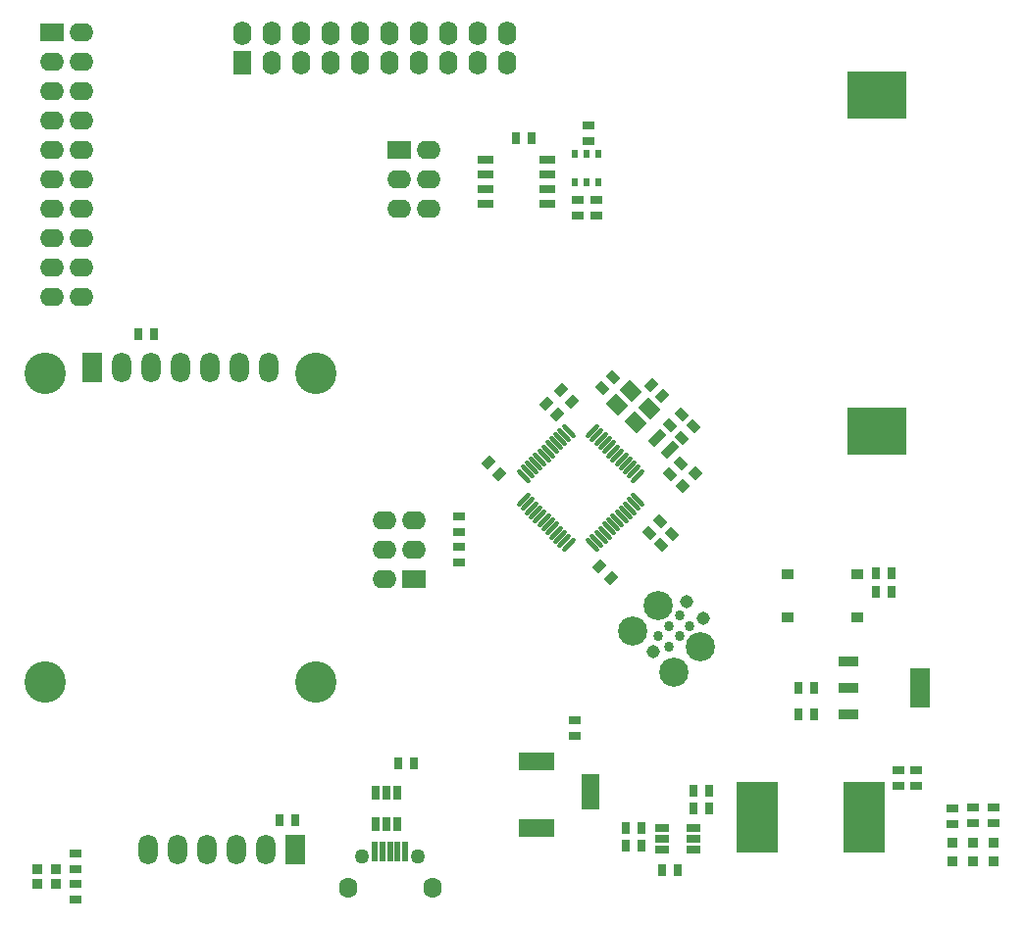
<source format=gts>
G04*
G04 #@! TF.GenerationSoftware,Altium Limited,Altium Designer,19.0.15 (446)*
G04*
G04 Layer_Color=8388736*
%FSLAX25Y25*%
%MOIN*%
G70*
G01*
G75*
%ADD39R,0.01874X0.06598*%
%ADD40R,0.04039X0.03055*%
%ADD41R,0.06598X0.13685*%
%ADD42R,0.06598X0.03646*%
%ADD43R,0.05811X0.02661*%
%ADD44R,0.01874X0.02661*%
G04:AMPARAMS|DCode=45|XSize=30.55mil|YSize=40.39mil|CornerRadius=0mil|HoleSize=0mil|Usage=FLASHONLY|Rotation=315.000|XOffset=0mil|YOffset=0mil|HoleType=Round|Shape=Rectangle|*
%AMROTATEDRECTD45*
4,1,4,-0.02508,-0.00348,0.00348,0.02508,0.02508,0.00348,-0.00348,-0.02508,-0.02508,-0.00348,0.0*
%
%ADD45ROTATEDRECTD45*%

G04:AMPARAMS|DCode=46|XSize=30.55mil|YSize=40.39mil|CornerRadius=0mil|HoleSize=0mil|Usage=FLASHONLY|Rotation=225.000|XOffset=0mil|YOffset=0mil|HoleType=Round|Shape=Rectangle|*
%AMROTATEDRECTD46*
4,1,4,-0.00348,0.02508,0.02508,-0.00348,0.00348,-0.02508,-0.02508,0.00348,-0.00348,0.02508,0.0*
%
%ADD46ROTATEDRECTD46*%

G04:AMPARAMS|DCode=47|XSize=30.55mil|YSize=58.11mil|CornerRadius=0mil|HoleSize=0mil|Usage=FLASHONLY|Rotation=315.000|XOffset=0mil|YOffset=0mil|HoleType=Round|Shape=Rectangle|*
%AMROTATEDRECTD47*
4,1,4,-0.03135,-0.00974,0.00974,0.03135,0.03135,0.00974,-0.00974,-0.03135,-0.03135,-0.00974,0.0*
%
%ADD47ROTATEDRECTD47*%

G04:AMPARAMS|DCode=48|XSize=58.11mil|YSize=50.24mil|CornerRadius=0mil|HoleSize=0mil|Usage=FLASHONLY|Rotation=315.000|XOffset=0mil|YOffset=0mil|HoleType=Round|Shape=Rectangle|*
%AMROTATEDRECTD48*
4,1,4,-0.03831,0.00278,-0.00278,0.03831,0.03831,-0.00278,0.00278,-0.03831,-0.03831,0.00278,0.0*
%
%ADD48ROTATEDRECTD48*%

%ADD49P,0.04877X4X90.0*%
%ADD50C,0.03398*%
G04:AMPARAMS|DCode=51|XSize=14.8mil|YSize=60.08mil|CornerRadius=0mil|HoleSize=0mil|Usage=FLASHONLY|Rotation=315.000|XOffset=0mil|YOffset=0mil|HoleType=Round|Shape=Round|*
%AMOVALD51*
21,1,0.04528,0.01480,0.00000,0.00000,45.0*
1,1,0.01480,-0.01601,-0.01601*
1,1,0.01480,0.01601,0.01601*
%
%ADD51OVALD51*%

G04:AMPARAMS|DCode=52|XSize=14.8mil|YSize=60.08mil|CornerRadius=0mil|HoleSize=0mil|Usage=FLASHONLY|Rotation=225.000|XOffset=0mil|YOffset=0mil|HoleType=Round|Shape=Round|*
%AMOVALD52*
21,1,0.04528,0.01480,0.00000,0.00000,315.0*
1,1,0.01480,-0.01601,0.01601*
1,1,0.01480,0.01601,-0.01601*
%
%ADD52OVALD52*%

%ADD53R,0.03055X0.04039*%
%ADD54R,0.03449X0.03449*%
%ADD55R,0.04630X0.02661*%
%ADD56R,0.03449X0.03449*%
%ADD57R,0.02661X0.04630*%
%ADD58R,0.19984X0.16047*%
%ADD59R,0.04236X0.03252*%
%ADD60R,0.14079X0.23921*%
%ADD61O,0.06205X0.06992*%
%ADD62C,0.05024*%
%ADD63O,0.06598X0.10142*%
%ADD64R,0.06598X0.10142*%
%ADD65C,0.14079*%
%ADD66C,0.04500*%
%ADD67C,0.09949*%
%ADD68R,0.12110X0.06205*%
%ADD69R,0.06205X0.12110*%
%ADD70O,0.06205X0.08173*%
%ADD71R,0.06205X0.08173*%
%ADD72O,0.08173X0.06205*%
%ADD73R,0.08173X0.06205*%
D39*
X141142Y21874D02*
D03*
X130905D02*
D03*
X133465D02*
D03*
X136024D02*
D03*
X138583D02*
D03*
D40*
X198787Y61354D02*
D03*
Y66669D02*
D03*
X159300Y130688D02*
D03*
Y136003D02*
D03*
Y120485D02*
D03*
Y125800D02*
D03*
X203400Y268915D02*
D03*
Y263600D02*
D03*
X199665Y243684D02*
D03*
Y238369D02*
D03*
X206037D02*
D03*
Y243684D02*
D03*
X341287Y31791D02*
D03*
Y37106D02*
D03*
X327287Y31476D02*
D03*
Y36791D02*
D03*
X334287Y31791D02*
D03*
Y37106D02*
D03*
X308787Y49669D02*
D03*
Y44354D02*
D03*
X29000Y16000D02*
D03*
Y21315D02*
D03*
Y11000D02*
D03*
Y5685D02*
D03*
X314787Y49669D02*
D03*
Y44354D02*
D03*
D41*
X316000Y77669D02*
D03*
D42*
X291787Y86724D02*
D03*
Y77669D02*
D03*
Y68614D02*
D03*
D43*
X189332Y242200D02*
D03*
Y247200D02*
D03*
Y252200D02*
D03*
Y257200D02*
D03*
X168466Y242200D02*
D03*
Y247200D02*
D03*
Y252200D02*
D03*
Y257200D02*
D03*
D44*
X206637Y259442D02*
D03*
X202700D02*
D03*
X198763D02*
D03*
X206637Y249600D02*
D03*
X202700D02*
D03*
X198763D02*
D03*
D45*
X224787Y180669D02*
D03*
X228546Y176911D02*
D03*
X192787Y170669D02*
D03*
X189029Y174427D02*
D03*
X194029Y178831D02*
D03*
X197787Y175072D02*
D03*
X173258Y150462D02*
D03*
X169500Y154220D02*
D03*
X210958Y115142D02*
D03*
X207200Y118900D02*
D03*
D46*
X231287Y166969D02*
D03*
X235046Y170728D02*
D03*
X239021Y166552D02*
D03*
X235263Y162794D02*
D03*
X211751Y183428D02*
D03*
X207993Y179669D02*
D03*
X231087Y150369D02*
D03*
X234846Y154128D02*
D03*
X224029Y130475D02*
D03*
X227787Y134234D02*
D03*
X228029Y126300D02*
D03*
X231787Y130058D02*
D03*
D47*
X226787Y162669D02*
D03*
X230963Y158493D02*
D03*
D48*
X213172Y174061D02*
D03*
X219297Y167937D02*
D03*
X224029Y172669D02*
D03*
X217905Y178794D02*
D03*
D49*
X235433Y146315D02*
D03*
X239887Y150769D02*
D03*
D50*
X227252Y95205D02*
D03*
X230787Y91669D02*
D03*
Y98740D02*
D03*
X237859D02*
D03*
X234323Y102276D02*
D03*
Y95205D02*
D03*
D51*
X214637Y155343D02*
D03*
X216029Y153951D02*
D03*
X220205Y149776D02*
D03*
X217421Y152559D02*
D03*
X218813Y151168D02*
D03*
X207678Y162303D02*
D03*
X209069Y160911D02*
D03*
X204894Y165087D02*
D03*
X206286Y163695D02*
D03*
X211853Y158127D02*
D03*
X213245Y156735D02*
D03*
X210461Y159519D02*
D03*
X191113Y131819D02*
D03*
X195289Y127644D02*
D03*
X196681Y126252D02*
D03*
X192505Y130428D02*
D03*
X193897Y129036D02*
D03*
X184154Y138779D02*
D03*
X185546Y137387D02*
D03*
X181370Y141563D02*
D03*
X182762Y140171D02*
D03*
X188330Y134603D02*
D03*
X189722Y133211D02*
D03*
X186938Y135995D02*
D03*
D52*
X220205Y141563D02*
D03*
X218813Y140171D02*
D03*
X217421Y138779D02*
D03*
X216029Y137387D02*
D03*
X214637Y135995D02*
D03*
X213245Y134603D02*
D03*
X211853Y133211D02*
D03*
X210461Y131819D02*
D03*
X209069Y130428D02*
D03*
X207678Y129036D02*
D03*
X206286Y127644D02*
D03*
X204894Y126252D02*
D03*
X196681Y165087D02*
D03*
X195289Y163695D02*
D03*
X193897Y162303D02*
D03*
X192505Y160911D02*
D03*
X191113Y159519D02*
D03*
X189722Y158127D02*
D03*
X188330Y156735D02*
D03*
X186938Y155343D02*
D03*
X185546Y153951D02*
D03*
X184154Y152559D02*
D03*
X182762Y151168D02*
D03*
X181370Y149776D02*
D03*
D53*
X306300Y116500D02*
D03*
X300985D02*
D03*
X306402Y110408D02*
D03*
X301087D02*
D03*
X274787Y77724D02*
D03*
X280102D02*
D03*
X274787Y68614D02*
D03*
X280102D02*
D03*
X239213Y42669D02*
D03*
X244528D02*
D03*
Y36669D02*
D03*
X239213D02*
D03*
X228583Y15669D02*
D03*
X233898D02*
D03*
X216150Y30150D02*
D03*
X221465D02*
D03*
X144000Y52000D02*
D03*
X138685D02*
D03*
X184200Y264600D02*
D03*
X178885D02*
D03*
X216150Y24150D02*
D03*
X221465D02*
D03*
X98400Y32600D02*
D03*
X103715D02*
D03*
X50500Y198100D02*
D03*
X55815D02*
D03*
D54*
X334287Y25091D02*
D03*
Y18791D02*
D03*
X341287D02*
D03*
Y25091D02*
D03*
X327287Y18791D02*
D03*
Y25091D02*
D03*
D55*
X228583Y22669D02*
D03*
Y26409D02*
D03*
Y30150D02*
D03*
X239213D02*
D03*
Y26409D02*
D03*
Y22669D02*
D03*
D56*
X16150Y16000D02*
D03*
X22449D02*
D03*
Y11000D02*
D03*
X16150D02*
D03*
D57*
X131047Y41984D02*
D03*
X134787D02*
D03*
X138528D02*
D03*
Y31354D02*
D03*
X134787D02*
D03*
X131047D02*
D03*
D58*
X301500Y165027D02*
D03*
Y279200D02*
D03*
D59*
X294787Y116433D02*
D03*
X271165D02*
D03*
Y101669D02*
D03*
X294787D02*
D03*
D60*
X297008Y33669D02*
D03*
X260787D02*
D03*
D61*
X121752Y9669D02*
D03*
X150295D02*
D03*
D62*
X145571Y20276D02*
D03*
X126476Y20274D02*
D03*
D63*
X54787Y186669D02*
D03*
X44787D02*
D03*
X64787D02*
D03*
X84787D02*
D03*
X74787D02*
D03*
X94787D02*
D03*
X63787Y22669D02*
D03*
X73787D02*
D03*
X93787D02*
D03*
X83787D02*
D03*
X53787D02*
D03*
D64*
X34787Y186669D02*
D03*
X103787Y22669D02*
D03*
D65*
X18787Y184669D02*
D03*
X110787D02*
D03*
Y79669D02*
D03*
X18787D02*
D03*
D66*
X225484Y89902D02*
D03*
X236798Y106872D02*
D03*
X242455Y101215D02*
D03*
D67*
X218413Y96973D02*
D03*
X232555Y82830D02*
D03*
X227252Y105811D02*
D03*
X241394Y91669D02*
D03*
D68*
X185787Y30150D02*
D03*
Y52787D02*
D03*
D69*
X204095Y42158D02*
D03*
D70*
X175900Y300200D02*
D03*
X165900D02*
D03*
X155900D02*
D03*
X145900D02*
D03*
X135900D02*
D03*
X125900D02*
D03*
X115900D02*
D03*
X105900D02*
D03*
X95900D02*
D03*
X85900D02*
D03*
X95900Y290200D02*
D03*
X105900D02*
D03*
X115900D02*
D03*
X125900D02*
D03*
X135900D02*
D03*
X145900D02*
D03*
X155900D02*
D03*
X165900D02*
D03*
X175900D02*
D03*
D71*
X85900D02*
D03*
D72*
X31200Y210800D02*
D03*
Y220800D02*
D03*
Y230800D02*
D03*
Y240800D02*
D03*
Y250800D02*
D03*
Y260800D02*
D03*
Y270800D02*
D03*
Y280800D02*
D03*
Y290800D02*
D03*
Y300800D02*
D03*
X21200Y290800D02*
D03*
Y280800D02*
D03*
Y270800D02*
D03*
Y260800D02*
D03*
Y250800D02*
D03*
Y240800D02*
D03*
Y230800D02*
D03*
Y220800D02*
D03*
Y210800D02*
D03*
X139087Y240569D02*
D03*
Y250569D02*
D03*
X149087Y260569D02*
D03*
Y250569D02*
D03*
Y240569D02*
D03*
X134000Y134500D02*
D03*
Y124500D02*
D03*
Y114500D02*
D03*
X144000Y124500D02*
D03*
Y134500D02*
D03*
D73*
X21200Y300800D02*
D03*
X139087Y260569D02*
D03*
X144000Y114500D02*
D03*
M02*

</source>
